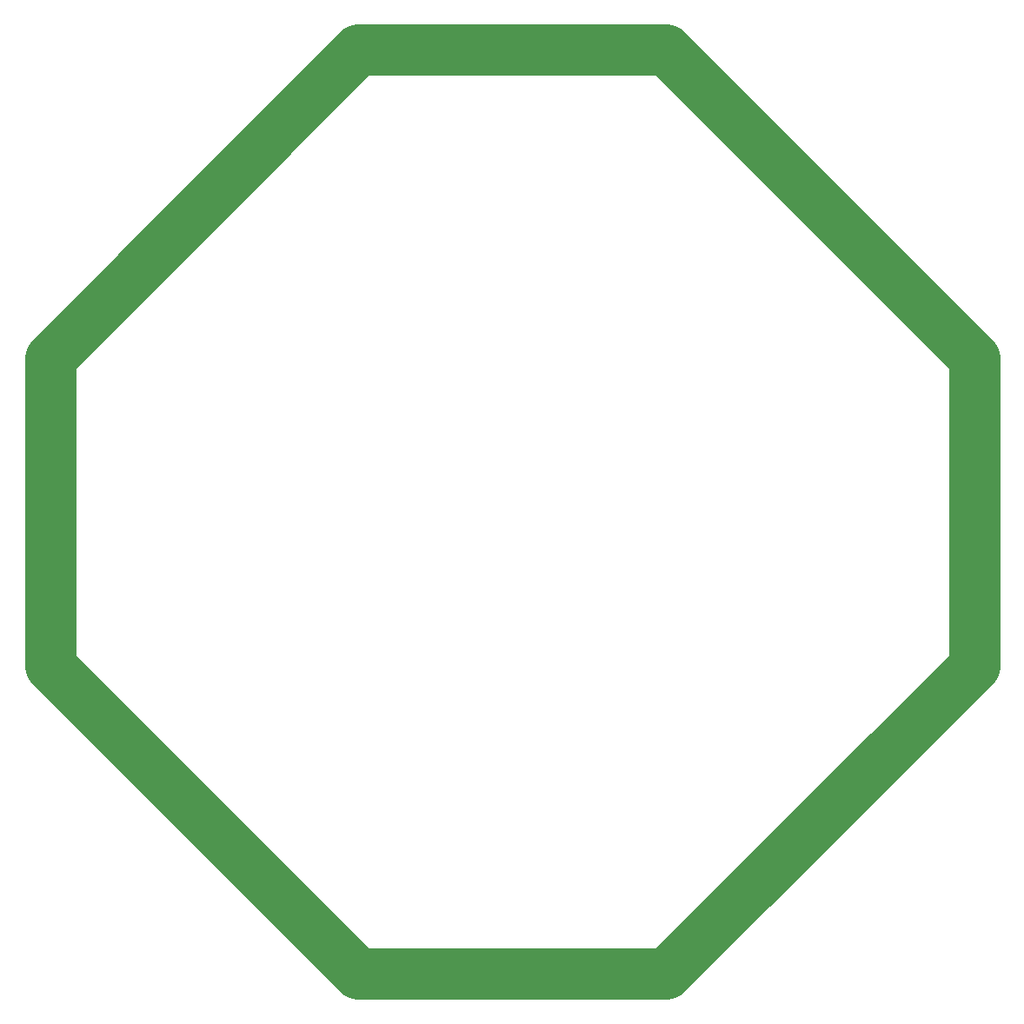
<source format=gbs>
G04 Layer: BottomSolderMaskLayer*
G04 EasyEDA v6.5.1, 2022-06-25 03:13:47*
G04 a67cddfb3fce44daa9051d46cbbcc19f,10*
G04 Gerber Generator version 0.2*
G04 Scale: 100 percent, Rotated: No, Reflected: No *
G04 Dimensions in millimeters *
G04 leading zeros omitted , absolute positions ,4 integer and 5 decimal *
%FSLAX45Y45*%
%MOMM*%

%ADD13C,5.0000*%

%LPD*%
D13*
X0Y2999999D02*
G01*
X0Y6000000D01*
X2999999Y8999999D01*
X6000000Y8999999D01*
X8999999Y6000000D01*
X8999999Y2999999D01*
X6000000Y0D01*
X2999999Y0D01*
X0Y2999999D01*
M02*

</source>
